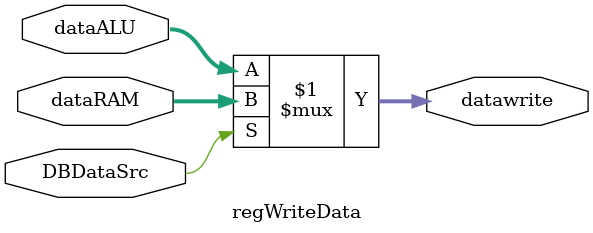
<source format=v>
`timescale 1ns / 1ps


module regWriteData(input DBDataSrc, input [31:0] dataALU, input [31:0] dataRAM, output [31:0] datawrite);
    assign datawrite = DBDataSrc ? dataRAM : dataALU;
endmodule

</source>
